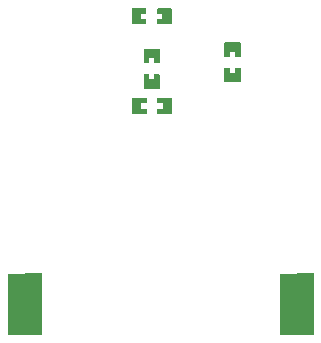
<source format=gtp>
G04 Layer: TopPasteMaskLayer*
G04 EasyEDA v6.5.22, 2022-11-24 10:27:38*
G04 c2ffbf048bd549cebe30352b3eb0f613,ed70181f279245e6aff80281ee7dc86a,10*
G04 Gerber Generator version 0.2*
G04 Scale: 100 percent, Rotated: No, Reflected: No *
G04 Dimensions in millimeters *
G04 leading zeros omitted , absolute positions ,4 integer and 5 decimal *
%FSLAX45Y45*%
%MOMM*%

%ADD10C,0.0001*%

%LPD*%
G36*
X5424728Y3727246D02*
G01*
X5133949Y3726942D01*
X5133949Y3207867D01*
X5424728Y3207867D01*
G37*
G36*
X3122726Y3727246D02*
G01*
X2831947Y3726942D01*
X2831947Y3207867D01*
X3122726Y3207867D01*
G37*
G36*
X4712106Y5469788D02*
G01*
X4671110Y5469280D01*
X4666081Y5464302D01*
X4666081Y5349290D01*
X4671110Y5344312D01*
X4799076Y5344312D01*
X4804105Y5349290D01*
X4804105Y5464302D01*
X4799076Y5469280D01*
X4757115Y5468823D01*
X4757115Y5424779D01*
X4712106Y5424779D01*
G37*
G36*
X4671110Y5684316D02*
G01*
X4666081Y5679287D01*
X4666081Y5564276D01*
X4671110Y5559298D01*
X4712106Y5559806D01*
X4712106Y5603798D01*
X4757115Y5603798D01*
X4757115Y5559298D01*
X4799076Y5559298D01*
X4804105Y5564276D01*
X4804105Y5679287D01*
X4799076Y5684316D01*
G37*
G36*
X3888790Y5214518D02*
G01*
X3883812Y5209489D01*
X3883812Y5081524D01*
X3888790Y5076494D01*
X4003801Y5076494D01*
X4008780Y5081524D01*
X4008323Y5123484D01*
X3964279Y5123484D01*
X3964279Y5168493D01*
X4009288Y5168493D01*
X4008780Y5209489D01*
X4003801Y5214518D01*
G37*
G36*
X4103776Y5214518D02*
G01*
X4098798Y5209489D01*
X4099306Y5168493D01*
X4143298Y5168493D01*
X4143298Y5123484D01*
X4098798Y5123484D01*
X4098798Y5081524D01*
X4103776Y5076494D01*
X4218787Y5076494D01*
X4223816Y5081524D01*
X4223816Y5209489D01*
X4218787Y5214518D01*
G37*
G36*
X4101287Y5974486D02*
G01*
X4096308Y5969508D01*
X4096816Y5927496D01*
X4140809Y5927496D01*
X4140809Y5882487D01*
X4095800Y5882487D01*
X4096308Y5841492D01*
X4101287Y5836513D01*
X4216298Y5836513D01*
X4221327Y5841492D01*
X4221327Y5969508D01*
X4216298Y5974486D01*
G37*
G36*
X3886301Y5974486D02*
G01*
X3881323Y5969508D01*
X3881323Y5841492D01*
X3886301Y5836513D01*
X4001312Y5836513D01*
X4006291Y5841492D01*
X4005783Y5882487D01*
X3961790Y5882487D01*
X3961790Y5927496D01*
X4006291Y5927496D01*
X4006291Y5969508D01*
X4001312Y5974486D01*
G37*
G36*
X4028287Y5416499D02*
G01*
X3987292Y5415991D01*
X3982313Y5411012D01*
X3982313Y5296001D01*
X3987292Y5290972D01*
X4115308Y5290972D01*
X4120286Y5296001D01*
X4120286Y5411012D01*
X4115308Y5415991D01*
X4073296Y5415483D01*
X4073296Y5371490D01*
X4028287Y5371490D01*
G37*
G36*
X3987292Y5630976D02*
G01*
X3982313Y5625998D01*
X3982313Y5510987D01*
X3987292Y5506008D01*
X4028287Y5506516D01*
X4028287Y5550509D01*
X4073296Y5550509D01*
X4073296Y5506008D01*
X4115308Y5506008D01*
X4120286Y5510987D01*
X4120286Y5625998D01*
X4115308Y5630976D01*
G37*
M02*

</source>
